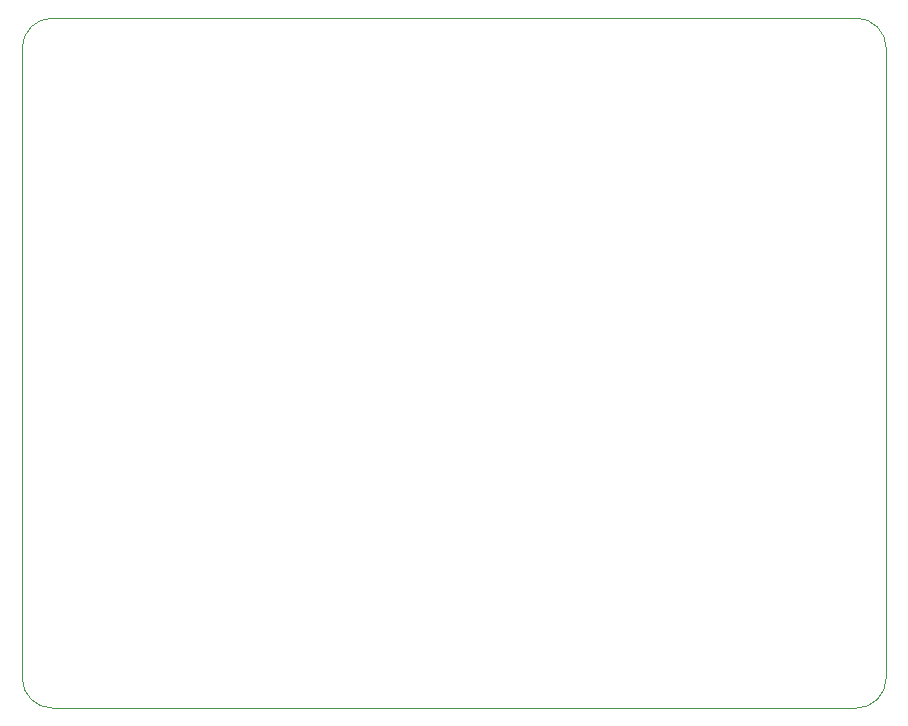
<source format=gm1>
%TF.GenerationSoftware,KiCad,Pcbnew,(6.0.8)*%
%TF.CreationDate,2023-01-23T02:10:57-07:00*%
%TF.ProjectId,PicoIO-THT,5069636f-494f-42d5-9448-542e6b696361,rev?*%
%TF.SameCoordinates,Original*%
%TF.FileFunction,Profile,NP*%
%FSLAX46Y46*%
G04 Gerber Fmt 4.6, Leading zero omitted, Abs format (unit mm)*
G04 Created by KiCad (PCBNEW (6.0.8)) date 2023-01-23 02:10:57*
%MOMM*%
%LPD*%
G01*
G04 APERTURE LIST*
%TA.AperFunction,Profile*%
%ADD10C,0.100000*%
%TD*%
G04 APERTURE END LIST*
D10*
X109960000Y-121341000D02*
G75*
G03*
X112500000Y-123881000I2540000J0D01*
G01*
X180572000Y-123881000D02*
G75*
G03*
X183112000Y-121341000I-100J2540100D01*
G01*
X183112000Y-68001000D02*
G75*
G03*
X180572000Y-65461000I-2540000J0D01*
G01*
X183112000Y-121341000D02*
X183112000Y-68001000D01*
X109960000Y-68001000D02*
X109960000Y-121341000D01*
X112500000Y-65461000D02*
G75*
G03*
X109960000Y-68001000I0J-2540000D01*
G01*
X112500000Y-123881000D02*
X180572000Y-123881000D01*
X112500000Y-65461000D02*
X180572000Y-65461000D01*
M02*

</source>
